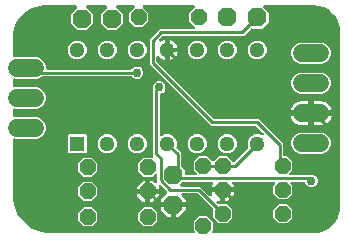
<source format=gbr>
G04 EAGLE Gerber RS-274X export*
G75*
%MOMM*%
%FSLAX34Y34*%
%LPD*%
%INBottom Copper*%
%IPPOS*%
%AMOC8*
5,1,8,0,0,1.08239X$1,22.5*%
G01*
%ADD10R,1.278000X1.278000*%
%ADD11C,1.278000*%
%ADD12P,1.429621X8X22.500000*%
%ADD13P,1.429621X8X202.500000*%
%ADD14P,1.429621X8X112.500000*%
%ADD15P,1.732040X8X202.500000*%
%ADD16P,1.732040X8X112.500000*%
%ADD17C,1.524000*%
%ADD18C,0.254000*%
%ADD19C,0.756400*%

G36*
X289107Y138448D02*
X289107Y138448D01*
X289246Y138461D01*
X289265Y138468D01*
X289285Y138471D01*
X289414Y138522D01*
X289545Y138569D01*
X289562Y138580D01*
X289581Y138588D01*
X289693Y138669D01*
X289808Y138747D01*
X289821Y138763D01*
X289838Y138774D01*
X289927Y138882D01*
X290019Y138986D01*
X290028Y139004D01*
X290041Y139019D01*
X290100Y139145D01*
X290163Y139269D01*
X290168Y139289D01*
X290176Y139307D01*
X290202Y139444D01*
X290233Y139579D01*
X290232Y139600D01*
X290236Y139619D01*
X290227Y139758D01*
X290223Y139897D01*
X290217Y139917D01*
X290216Y139937D01*
X290174Y140069D01*
X290135Y140203D01*
X290124Y140220D01*
X290118Y140239D01*
X290044Y140357D01*
X289973Y140477D01*
X289955Y140498D01*
X289948Y140508D01*
X289933Y140522D01*
X289867Y140597D01*
X289051Y141413D01*
X289051Y148147D01*
X293813Y152909D01*
X300547Y152909D01*
X305309Y148147D01*
X305309Y141413D01*
X304493Y140597D01*
X304408Y140488D01*
X304319Y140381D01*
X304311Y140362D01*
X304298Y140346D01*
X304243Y140219D01*
X304184Y140093D01*
X304180Y140073D01*
X304172Y140054D01*
X304150Y139916D01*
X304124Y139780D01*
X304125Y139760D01*
X304122Y139740D01*
X304135Y139601D01*
X304144Y139463D01*
X304150Y139444D01*
X304152Y139424D01*
X304199Y139292D01*
X304242Y139161D01*
X304253Y139143D01*
X304259Y139124D01*
X304338Y139009D01*
X304412Y138892D01*
X304427Y138878D01*
X304438Y138861D01*
X304542Y138769D01*
X304644Y138674D01*
X304661Y138664D01*
X304676Y138651D01*
X304800Y138588D01*
X304922Y138520D01*
X304942Y138515D01*
X304960Y138506D01*
X305096Y138476D01*
X305230Y138441D01*
X305258Y138439D01*
X305270Y138436D01*
X305291Y138437D01*
X305391Y138431D01*
X391160Y138431D01*
X391181Y138433D01*
X391243Y138433D01*
X393895Y138607D01*
X393939Y138616D01*
X393983Y138616D01*
X394141Y138648D01*
X399265Y140021D01*
X399344Y140053D01*
X399426Y140076D01*
X399549Y140137D01*
X399559Y140141D01*
X399563Y140143D01*
X399571Y140148D01*
X404165Y142800D01*
X404233Y142852D01*
X404307Y142895D01*
X404410Y142986D01*
X404418Y142992D01*
X404421Y142995D01*
X404428Y143002D01*
X408178Y146752D01*
X408231Y146820D01*
X408291Y146881D01*
X408338Y146953D01*
X408352Y146969D01*
X408359Y146983D01*
X408367Y146996D01*
X408373Y147004D01*
X408375Y147008D01*
X408380Y147015D01*
X411032Y151609D01*
X411066Y151688D01*
X411108Y151763D01*
X411152Y151892D01*
X411156Y151902D01*
X411156Y151907D01*
X411159Y151915D01*
X412532Y157039D01*
X412538Y157083D01*
X412552Y157125D01*
X412573Y157285D01*
X412747Y159937D01*
X412745Y159958D01*
X412749Y160020D01*
X412749Y309880D01*
X412747Y309901D01*
X412747Y309963D01*
X412573Y312615D01*
X412564Y312659D01*
X412564Y312703D01*
X412532Y312861D01*
X411159Y317985D01*
X411127Y318064D01*
X411104Y318146D01*
X411043Y318269D01*
X411039Y318279D01*
X411037Y318283D01*
X411032Y318291D01*
X408380Y322885D01*
X408328Y322953D01*
X408285Y323027D01*
X408194Y323130D01*
X408188Y323138D01*
X408185Y323141D01*
X408178Y323148D01*
X404428Y326898D01*
X404360Y326951D01*
X404299Y327011D01*
X404185Y327087D01*
X404176Y327093D01*
X404172Y327095D01*
X404165Y327100D01*
X399571Y329752D01*
X399492Y329786D01*
X399417Y329828D01*
X399288Y329872D01*
X399278Y329876D01*
X399273Y329876D01*
X399265Y329879D01*
X394141Y331252D01*
X394097Y331258D01*
X394055Y331272D01*
X393895Y331293D01*
X391243Y331467D01*
X391222Y331465D01*
X391160Y331469D01*
X349276Y331469D01*
X349139Y331452D01*
X349000Y331439D01*
X348981Y331432D01*
X348961Y331429D01*
X348832Y331378D01*
X348701Y331331D01*
X348684Y331320D01*
X348665Y331312D01*
X348553Y331231D01*
X348438Y331153D01*
X348424Y331137D01*
X348408Y331126D01*
X348319Y331018D01*
X348227Y330914D01*
X348218Y330896D01*
X348205Y330881D01*
X348146Y330755D01*
X348083Y330631D01*
X348078Y330611D01*
X348069Y330593D01*
X348043Y330457D01*
X348013Y330321D01*
X348013Y330300D01*
X348010Y330281D01*
X348018Y330142D01*
X348023Y330003D01*
X348028Y329983D01*
X348029Y329963D01*
X348072Y329831D01*
X348111Y329697D01*
X348121Y329680D01*
X348127Y329661D01*
X348202Y329543D01*
X348272Y329423D01*
X348291Y329402D01*
X348298Y329392D01*
X348313Y329378D01*
X348379Y329303D01*
X352426Y325256D01*
X352426Y317364D01*
X346846Y311784D01*
X338932Y311784D01*
X338855Y311852D01*
X338819Y311871D01*
X338787Y311896D01*
X338677Y311943D01*
X338571Y311997D01*
X338532Y312006D01*
X338495Y312022D01*
X338377Y312041D01*
X338261Y312067D01*
X338221Y312065D01*
X338181Y312072D01*
X338063Y312061D01*
X337943Y312057D01*
X337904Y312046D01*
X337864Y312042D01*
X337752Y312002D01*
X337638Y311969D01*
X337603Y311948D01*
X337565Y311934D01*
X337466Y311868D01*
X337364Y311807D01*
X337319Y311767D01*
X337302Y311756D01*
X337288Y311741D01*
X337243Y311701D01*
X331336Y305794D01*
X263282Y305794D01*
X263184Y305781D01*
X263085Y305778D01*
X263026Y305762D01*
X262966Y305754D01*
X262874Y305718D01*
X262779Y305690D01*
X262727Y305659D01*
X262671Y305637D01*
X262591Y305579D01*
X262505Y305529D01*
X262430Y305462D01*
X262413Y305450D01*
X262406Y305441D01*
X262384Y305422D01*
X259850Y302887D01*
X259828Y302860D01*
X259802Y302837D01*
X259731Y302735D01*
X259655Y302636D01*
X259641Y302604D01*
X259621Y302575D01*
X259578Y302459D01*
X259528Y302344D01*
X259523Y302310D01*
X259511Y302277D01*
X259498Y302153D01*
X259479Y302030D01*
X259482Y301995D01*
X259478Y301960D01*
X259497Y301838D01*
X259508Y301714D01*
X259520Y301681D01*
X259525Y301646D01*
X259574Y301531D01*
X259616Y301414D01*
X259636Y301385D01*
X259649Y301353D01*
X259725Y301254D01*
X259795Y301151D01*
X259821Y301128D01*
X259842Y301100D01*
X259940Y301023D01*
X260033Y300941D01*
X260064Y300925D01*
X260092Y300903D01*
X260205Y300853D01*
X260316Y300796D01*
X260350Y300788D01*
X260382Y300774D01*
X260505Y300754D01*
X260627Y300726D01*
X260661Y300727D01*
X260696Y300722D01*
X260820Y300732D01*
X260944Y300736D01*
X260978Y300746D01*
X261013Y300749D01*
X261131Y300790D01*
X261250Y300824D01*
X261280Y300842D01*
X261313Y300854D01*
X261452Y300935D01*
X262470Y301614D01*
X264095Y302288D01*
X264776Y302423D01*
X264776Y294355D01*
X264791Y294237D01*
X264798Y294118D01*
X264810Y294080D01*
X264816Y294040D01*
X264859Y293929D01*
X264896Y293816D01*
X264918Y293782D01*
X264933Y293744D01*
X264963Y293702D01*
X264923Y293618D01*
X264865Y293513D01*
X264855Y293474D01*
X264838Y293438D01*
X264816Y293321D01*
X264786Y293205D01*
X264782Y293145D01*
X264778Y293125D01*
X264780Y293105D01*
X264776Y293045D01*
X264776Y284977D01*
X264095Y285112D01*
X262470Y285786D01*
X261007Y286763D01*
X259736Y288034D01*
X259707Y288068D01*
X259645Y288152D01*
X259603Y288187D01*
X259567Y288229D01*
X259481Y288288D01*
X259400Y288355D01*
X259351Y288378D01*
X259305Y288410D01*
X259207Y288446D01*
X259113Y288491D01*
X259059Y288501D01*
X259007Y288520D01*
X258903Y288531D01*
X258800Y288550D01*
X258745Y288547D01*
X258691Y288553D01*
X258587Y288537D01*
X258483Y288531D01*
X258431Y288514D01*
X258376Y288505D01*
X258280Y288465D01*
X258180Y288433D01*
X258134Y288403D01*
X258083Y288382D01*
X258000Y288318D01*
X257912Y288262D01*
X257874Y288222D01*
X257830Y288189D01*
X257766Y288107D01*
X257694Y288031D01*
X257667Y287983D01*
X257633Y287939D01*
X257591Y287844D01*
X257540Y287752D01*
X257527Y287699D01*
X257504Y287649D01*
X257487Y287545D01*
X257461Y287444D01*
X257455Y287357D01*
X257452Y287335D01*
X257453Y287320D01*
X257451Y287284D01*
X257451Y284279D01*
X257463Y284181D01*
X257466Y284082D01*
X257483Y284024D01*
X257490Y283964D01*
X257527Y283872D01*
X257554Y283777D01*
X257585Y283724D01*
X257608Y283668D01*
X257666Y283588D01*
X257716Y283503D01*
X257782Y283427D01*
X257794Y283411D01*
X257804Y283403D01*
X257822Y283382D01*
X305628Y235576D01*
X305706Y235516D01*
X305778Y235448D01*
X305831Y235419D01*
X305879Y235382D01*
X305970Y235342D01*
X306057Y235294D01*
X306115Y235279D01*
X306171Y235255D01*
X306269Y235240D01*
X306364Y235215D01*
X306465Y235209D01*
X306485Y235205D01*
X306497Y235207D01*
X306525Y235205D01*
X344058Y235205D01*
X364745Y214518D01*
X364745Y204978D01*
X364760Y204860D01*
X364767Y204741D01*
X364780Y204703D01*
X364785Y204662D01*
X364828Y204552D01*
X364865Y204439D01*
X364887Y204404D01*
X364902Y204367D01*
X364971Y204271D01*
X365035Y204170D01*
X365065Y204142D01*
X365088Y204109D01*
X365180Y204033D01*
X365267Y203952D01*
X365302Y203932D01*
X365333Y203907D01*
X365441Y203856D01*
X365545Y203798D01*
X365585Y203788D01*
X365621Y203771D01*
X365738Y203749D01*
X365853Y203719D01*
X365913Y203715D01*
X365933Y203711D01*
X365954Y203713D01*
X366014Y203709D01*
X367857Y203709D01*
X372619Y198947D01*
X372619Y192213D01*
X370279Y189873D01*
X370194Y189764D01*
X370105Y189657D01*
X370097Y189638D01*
X370084Y189622D01*
X370029Y189494D01*
X369970Y189369D01*
X369966Y189349D01*
X369958Y189330D01*
X369936Y189192D01*
X369910Y189056D01*
X369911Y189036D01*
X369908Y189016D01*
X369921Y188877D01*
X369930Y188739D01*
X369936Y188720D01*
X369938Y188700D01*
X369985Y188568D01*
X370028Y188437D01*
X370039Y188419D01*
X370045Y188400D01*
X370124Y188285D01*
X370198Y188168D01*
X370213Y188154D01*
X370224Y188137D01*
X370328Y188045D01*
X370430Y187950D01*
X370447Y187940D01*
X370462Y187927D01*
X370587Y187863D01*
X370708Y187796D01*
X370728Y187791D01*
X370746Y187782D01*
X370882Y187752D01*
X371016Y187717D01*
X371044Y187715D01*
X371056Y187712D01*
X371077Y187713D01*
X371177Y187707D01*
X386153Y187707D01*
X386162Y187708D01*
X386172Y187707D01*
X386320Y187728D01*
X386469Y187747D01*
X386477Y187750D01*
X386487Y187751D01*
X386639Y187803D01*
X387564Y188187D01*
X389676Y188187D01*
X391626Y187379D01*
X393119Y185886D01*
X393927Y183936D01*
X393927Y181824D01*
X393119Y179874D01*
X391626Y178381D01*
X389676Y177573D01*
X387564Y177573D01*
X385614Y178381D01*
X384121Y179874D01*
X383517Y181334D01*
X383502Y181359D01*
X383493Y181387D01*
X383423Y181497D01*
X383359Y181610D01*
X383338Y181631D01*
X383323Y181656D01*
X383228Y181745D01*
X383138Y181838D01*
X383113Y181854D01*
X383091Y181874D01*
X382977Y181937D01*
X382867Y182005D01*
X382838Y182013D01*
X382813Y182028D01*
X382687Y182060D01*
X382563Y182098D01*
X382533Y182100D01*
X382505Y182107D01*
X382344Y182117D01*
X372193Y182117D01*
X372055Y182100D01*
X371916Y182087D01*
X371897Y182080D01*
X371877Y182077D01*
X371748Y182026D01*
X371617Y181979D01*
X371600Y181968D01*
X371581Y181960D01*
X371469Y181879D01*
X371354Y181801D01*
X371341Y181785D01*
X371324Y181774D01*
X371235Y181666D01*
X371143Y181562D01*
X371134Y181544D01*
X371121Y181529D01*
X371062Y181403D01*
X370999Y181279D01*
X370994Y181259D01*
X370986Y181241D01*
X370960Y181104D01*
X370929Y180969D01*
X370930Y180948D01*
X370926Y180929D01*
X370935Y180790D01*
X370939Y180651D01*
X370945Y180631D01*
X370946Y180611D01*
X370988Y180479D01*
X371027Y180345D01*
X371038Y180328D01*
X371044Y180309D01*
X371118Y180191D01*
X371189Y180071D01*
X371207Y180050D01*
X371214Y180040D01*
X371229Y180026D01*
X371295Y179951D01*
X372619Y178627D01*
X372619Y171893D01*
X367857Y167131D01*
X361123Y167131D01*
X356361Y171893D01*
X356361Y178627D01*
X357685Y179951D01*
X357770Y180060D01*
X357859Y180167D01*
X357867Y180186D01*
X357880Y180202D01*
X357935Y180330D01*
X357994Y180455D01*
X357998Y180475D01*
X358006Y180494D01*
X358028Y180632D01*
X358054Y180768D01*
X358053Y180788D01*
X358056Y180808D01*
X358043Y180947D01*
X358034Y181085D01*
X358028Y181104D01*
X358026Y181124D01*
X357979Y181256D01*
X357936Y181387D01*
X357925Y181405D01*
X357919Y181424D01*
X357840Y181539D01*
X357766Y181656D01*
X357751Y181670D01*
X357740Y181687D01*
X357636Y181779D01*
X357534Y181874D01*
X357517Y181884D01*
X357502Y181897D01*
X357377Y181961D01*
X357256Y182028D01*
X357236Y182033D01*
X357218Y182042D01*
X357082Y182072D01*
X356948Y182107D01*
X356920Y182109D01*
X356908Y182112D01*
X356887Y182111D01*
X356787Y182117D01*
X322830Y182117D01*
X322692Y182100D01*
X322553Y182087D01*
X322534Y182080D01*
X322514Y182077D01*
X322385Y182026D01*
X322254Y181979D01*
X322237Y181968D01*
X322218Y181960D01*
X322106Y181879D01*
X321991Y181801D01*
X321977Y181785D01*
X321961Y181774D01*
X321872Y181666D01*
X321780Y181562D01*
X321771Y181544D01*
X321758Y181529D01*
X321699Y181403D01*
X321636Y181279D01*
X321631Y181259D01*
X321623Y181241D01*
X321597Y181104D01*
X321566Y180969D01*
X321567Y180948D01*
X321563Y180929D01*
X321571Y180790D01*
X321576Y180651D01*
X321581Y180631D01*
X321583Y180611D01*
X321625Y180479D01*
X321664Y180345D01*
X321674Y180328D01*
X321681Y180309D01*
X321755Y180191D01*
X321826Y180071D01*
X321844Y180050D01*
X321851Y180040D01*
X321866Y180026D01*
X321932Y179951D01*
X322835Y179048D01*
X322835Y177291D01*
X314452Y177291D01*
X314334Y177276D01*
X314215Y177269D01*
X314177Y177256D01*
X314137Y177251D01*
X314026Y177208D01*
X313913Y177171D01*
X313879Y177149D01*
X313841Y177134D01*
X313745Y177065D01*
X313693Y177031D01*
X313675Y177048D01*
X313640Y177068D01*
X313608Y177093D01*
X313501Y177144D01*
X313396Y177202D01*
X313357Y177212D01*
X313321Y177229D01*
X313204Y177251D01*
X313088Y177281D01*
X313028Y177285D01*
X313008Y177289D01*
X312988Y177287D01*
X312928Y177291D01*
X304545Y177291D01*
X304545Y179048D01*
X305448Y179951D01*
X305533Y180060D01*
X305622Y180167D01*
X305631Y180186D01*
X305643Y180202D01*
X305698Y180329D01*
X305757Y180455D01*
X305761Y180475D01*
X305769Y180494D01*
X305791Y180632D01*
X305817Y180768D01*
X305816Y180788D01*
X305819Y180808D01*
X305806Y180947D01*
X305797Y181085D01*
X305791Y181104D01*
X305789Y181124D01*
X305742Y181256D01*
X305699Y181387D01*
X305689Y181405D01*
X305682Y181424D01*
X305604Y181539D01*
X305529Y181656D01*
X305514Y181670D01*
X305503Y181687D01*
X305399Y181779D01*
X305298Y181874D01*
X305280Y181884D01*
X305265Y181897D01*
X305141Y181961D01*
X305019Y182028D01*
X305000Y182033D01*
X304981Y182042D01*
X304846Y182072D01*
X304711Y182107D01*
X304683Y182109D01*
X304671Y182112D01*
X304651Y182111D01*
X304550Y182117D01*
X279934Y182117D01*
X279836Y182105D01*
X279737Y182102D01*
X279679Y182085D01*
X279619Y182077D01*
X279527Y182041D01*
X279432Y182013D01*
X279380Y181983D01*
X279323Y181960D01*
X279243Y181902D01*
X279158Y181852D01*
X279082Y181786D01*
X279066Y181774D01*
X279058Y181764D01*
X279037Y181746D01*
X277496Y180204D01*
X277410Y180094D01*
X277322Y179987D01*
X277313Y179969D01*
X277301Y179953D01*
X277245Y179825D01*
X277186Y179700D01*
X277182Y179680D01*
X277174Y179661D01*
X277152Y179523D01*
X277126Y179387D01*
X277128Y179367D01*
X277124Y179347D01*
X277138Y179208D01*
X277146Y179070D01*
X277152Y179051D01*
X277154Y179030D01*
X277201Y178899D01*
X277244Y178767D01*
X277255Y178750D01*
X277262Y178731D01*
X277340Y178616D01*
X277414Y178499D01*
X277429Y178485D01*
X277440Y178468D01*
X277545Y178376D01*
X277646Y178281D01*
X277664Y178271D01*
X277679Y178257D01*
X277803Y178194D01*
X277924Y178127D01*
X277944Y178122D01*
X277962Y178113D01*
X278098Y178082D01*
X278232Y178048D01*
X278260Y178046D01*
X278272Y178043D01*
X278293Y178044D01*
X278393Y178037D01*
X294545Y178037D01*
X302379Y170204D01*
X302488Y170119D01*
X302595Y170030D01*
X302614Y170021D01*
X302630Y170009D01*
X302758Y169953D01*
X302883Y169894D01*
X302903Y169891D01*
X302922Y169883D01*
X303060Y169861D01*
X303196Y169835D01*
X303216Y169836D01*
X303236Y169833D01*
X303375Y169846D01*
X303513Y169854D01*
X303532Y169861D01*
X303552Y169862D01*
X303684Y169910D01*
X303815Y169952D01*
X303833Y169963D01*
X303852Y169970D01*
X303967Y170048D01*
X304084Y170123D01*
X304098Y170137D01*
X304115Y170149D01*
X304207Y170253D01*
X304302Y170354D01*
X304312Y170372D01*
X304325Y170387D01*
X304389Y170511D01*
X304456Y170633D01*
X304461Y170652D01*
X304470Y170670D01*
X304500Y170806D01*
X304535Y170941D01*
X304537Y170969D01*
X304540Y170981D01*
X304539Y171001D01*
X304545Y171101D01*
X304545Y173229D01*
X311659Y173229D01*
X311659Y166115D01*
X309531Y166115D01*
X309394Y166098D01*
X309255Y166085D01*
X309236Y166078D01*
X309216Y166075D01*
X309087Y166024D01*
X308956Y165977D01*
X308939Y165966D01*
X308920Y165958D01*
X308808Y165877D01*
X308693Y165799D01*
X308679Y165783D01*
X308663Y165772D01*
X308574Y165664D01*
X308482Y165560D01*
X308473Y165542D01*
X308460Y165527D01*
X308401Y165401D01*
X308337Y165277D01*
X308333Y165257D01*
X308324Y165239D01*
X308298Y165103D01*
X308268Y164967D01*
X308268Y164946D01*
X308265Y164927D01*
X308273Y164788D01*
X308277Y164649D01*
X308283Y164629D01*
X308284Y164609D01*
X308327Y164477D01*
X308366Y164343D01*
X308376Y164326D01*
X308382Y164307D01*
X308457Y164189D01*
X308527Y164069D01*
X308546Y164048D01*
X308553Y164038D01*
X308567Y164024D01*
X308634Y163949D01*
X309142Y163440D01*
X309220Y163380D01*
X309292Y163312D01*
X309345Y163283D01*
X309393Y163246D01*
X309484Y163206D01*
X309571Y163158D01*
X309629Y163143D01*
X309685Y163119D01*
X309783Y163104D01*
X309879Y163079D01*
X309979Y163073D01*
X309999Y163069D01*
X310011Y163071D01*
X310039Y163069D01*
X317057Y163069D01*
X321819Y158307D01*
X321819Y151573D01*
X317057Y146811D01*
X310323Y146811D01*
X305561Y151573D01*
X305561Y158591D01*
X305549Y158689D01*
X305546Y158788D01*
X305529Y158846D01*
X305521Y158906D01*
X305485Y158998D01*
X305457Y159093D01*
X305427Y159146D01*
X305404Y159202D01*
X305346Y159282D01*
X305296Y159367D01*
X305230Y159443D01*
X305218Y159459D01*
X305208Y159467D01*
X305190Y159488D01*
X292601Y172076D01*
X292523Y172137D01*
X292451Y172205D01*
X292398Y172234D01*
X292350Y172271D01*
X292259Y172311D01*
X292173Y172358D01*
X292114Y172373D01*
X292058Y172398D01*
X291960Y172413D01*
X291865Y172438D01*
X291765Y172444D01*
X291744Y172447D01*
X291732Y172446D01*
X291704Y172448D01*
X279864Y172448D01*
X279727Y172431D01*
X279588Y172418D01*
X279569Y172411D01*
X279549Y172408D01*
X279420Y172357D01*
X279289Y172310D01*
X279272Y172299D01*
X279253Y172291D01*
X279141Y172209D01*
X279026Y172131D01*
X279012Y172116D01*
X278996Y172104D01*
X278907Y171997D01*
X278815Y171893D01*
X278806Y171875D01*
X278793Y171859D01*
X278734Y171734D01*
X278671Y171610D01*
X278666Y171590D01*
X278658Y171572D01*
X278631Y171435D01*
X278601Y171299D01*
X278602Y171279D01*
X278598Y171259D01*
X278606Y171121D01*
X278611Y170982D01*
X278616Y170962D01*
X278618Y170942D01*
X278660Y170810D01*
X278699Y170676D01*
X278709Y170659D01*
X278716Y170639D01*
X278790Y170522D01*
X278861Y170402D01*
X278879Y170381D01*
X278886Y170371D01*
X278901Y170357D01*
X278967Y170281D01*
X282322Y166927D01*
X282322Y164591D01*
X272542Y164591D01*
X272424Y164576D01*
X272305Y164569D01*
X272267Y164556D01*
X272227Y164551D01*
X272116Y164508D01*
X272003Y164471D01*
X271969Y164449D01*
X271931Y164434D01*
X271835Y164365D01*
X271783Y164331D01*
X271765Y164348D01*
X271730Y164368D01*
X271698Y164393D01*
X271591Y164444D01*
X271486Y164502D01*
X271447Y164512D01*
X271411Y164529D01*
X271294Y164551D01*
X271178Y164581D01*
X271118Y164585D01*
X271098Y164589D01*
X271078Y164587D01*
X271018Y164591D01*
X261238Y164591D01*
X261238Y166927D01*
X266519Y172207D01*
X266592Y172301D01*
X266671Y172391D01*
X266689Y172427D01*
X266714Y172459D01*
X266761Y172568D01*
X266815Y172674D01*
X266824Y172713D01*
X266840Y172750D01*
X266859Y172868D01*
X266885Y172984D01*
X266884Y173024D01*
X266890Y173064D01*
X266879Y173183D01*
X266875Y173302D01*
X266864Y173341D01*
X266860Y173381D01*
X266820Y173493D01*
X266787Y173607D01*
X266766Y173642D01*
X266753Y173680D01*
X266686Y173779D01*
X266625Y173881D01*
X266586Y173927D01*
X266574Y173943D01*
X266559Y173957D01*
X266519Y174002D01*
X266064Y174457D01*
X261501Y179020D01*
X261392Y179105D01*
X261285Y179194D01*
X261266Y179202D01*
X261250Y179215D01*
X261122Y179270D01*
X260997Y179329D01*
X260977Y179333D01*
X260958Y179341D01*
X260820Y179363D01*
X260684Y179389D01*
X260664Y179388D01*
X260644Y179391D01*
X260505Y179378D01*
X260367Y179369D01*
X260348Y179363D01*
X260328Y179361D01*
X260196Y179314D01*
X260065Y179271D01*
X260047Y179260D01*
X260028Y179253D01*
X259913Y179175D01*
X259796Y179101D01*
X259782Y179086D01*
X259765Y179075D01*
X259673Y178971D01*
X259578Y178869D01*
X259568Y178852D01*
X259555Y178836D01*
X259491Y178713D01*
X259424Y178591D01*
X259419Y178571D01*
X259410Y178553D01*
X259380Y178417D01*
X259345Y178283D01*
X259343Y178255D01*
X259340Y178243D01*
X259341Y178222D01*
X259335Y178122D01*
X259335Y176021D01*
X252221Y176021D01*
X252221Y183135D01*
X253978Y183135D01*
X256024Y181089D01*
X256133Y181004D01*
X256240Y180915D01*
X256259Y180907D01*
X256275Y180894D01*
X256403Y180839D01*
X256528Y180780D01*
X256548Y180776D01*
X256567Y180768D01*
X256705Y180746D01*
X256841Y180720D01*
X256861Y180721D01*
X256881Y180718D01*
X257020Y180731D01*
X257158Y180740D01*
X257177Y180746D01*
X257197Y180748D01*
X257329Y180795D01*
X257460Y180838D01*
X257478Y180848D01*
X257497Y180855D01*
X257612Y180933D01*
X257729Y181008D01*
X257743Y181023D01*
X257760Y181034D01*
X257852Y181138D01*
X257947Y181239D01*
X257957Y181257D01*
X257970Y181272D01*
X258034Y181396D01*
X258101Y181518D01*
X258106Y181537D01*
X258115Y181556D01*
X258145Y181691D01*
X258180Y181826D01*
X258182Y181854D01*
X258185Y181866D01*
X258184Y181886D01*
X258190Y181987D01*
X258190Y187750D01*
X258173Y187888D01*
X258160Y188027D01*
X258153Y188046D01*
X258150Y188066D01*
X258099Y188195D01*
X258052Y188326D01*
X258041Y188343D01*
X258033Y188362D01*
X257952Y188474D01*
X257874Y188589D01*
X257858Y188602D01*
X257847Y188619D01*
X257739Y188708D01*
X257635Y188800D01*
X257617Y188809D01*
X257602Y188822D01*
X257476Y188881D01*
X257352Y188944D01*
X257332Y188949D01*
X257314Y188957D01*
X257178Y188983D01*
X257042Y189014D01*
X257021Y189013D01*
X257002Y189017D01*
X256863Y189008D01*
X256724Y189004D01*
X256704Y188998D01*
X256684Y188997D01*
X256552Y188954D01*
X256418Y188916D01*
X256401Y188905D01*
X256382Y188899D01*
X256264Y188825D01*
X256144Y188754D01*
X256123Y188736D01*
X256113Y188729D01*
X256099Y188714D01*
X256024Y188648D01*
X253557Y186181D01*
X246823Y186181D01*
X242061Y190943D01*
X242061Y197677D01*
X246823Y202439D01*
X253700Y202439D01*
X253837Y202456D01*
X253976Y202469D01*
X253995Y202476D01*
X254015Y202479D01*
X254144Y202530D01*
X254275Y202577D01*
X254292Y202588D01*
X254311Y202596D01*
X254423Y202677D01*
X254538Y202755D01*
X254552Y202771D01*
X254568Y202782D01*
X254657Y202890D01*
X254749Y202994D01*
X254758Y203012D01*
X254771Y203027D01*
X254830Y203153D01*
X254893Y203277D01*
X254898Y203297D01*
X254906Y203315D01*
X254933Y203452D01*
X254963Y203587D01*
X254962Y203608D01*
X254966Y203627D01*
X254958Y203766D01*
X254953Y203905D01*
X254948Y203925D01*
X254946Y203945D01*
X254904Y204077D01*
X254865Y204211D01*
X254855Y204228D01*
X254848Y204247D01*
X254774Y204365D01*
X254721Y204454D01*
X254721Y260428D01*
X254720Y260437D01*
X254721Y260446D01*
X254700Y260595D01*
X254681Y260743D01*
X254678Y260752D01*
X254677Y260761D01*
X254625Y260913D01*
X254574Y261035D01*
X254574Y263146D01*
X255382Y265096D01*
X256875Y266589D01*
X258826Y267397D01*
X260937Y267397D01*
X262887Y266589D01*
X264380Y265096D01*
X265188Y263146D01*
X265188Y261035D01*
X264380Y259084D01*
X262887Y257591D01*
X261094Y256849D01*
X261069Y256834D01*
X261041Y256825D01*
X260931Y256756D01*
X260818Y256691D01*
X260797Y256671D01*
X260772Y256655D01*
X260683Y256560D01*
X260590Y256470D01*
X260574Y256445D01*
X260554Y256423D01*
X260491Y256309D01*
X260423Y256199D01*
X260415Y256171D01*
X260400Y256145D01*
X260368Y256019D01*
X260330Y255895D01*
X260328Y255865D01*
X260321Y255837D01*
X260311Y255676D01*
X260311Y222120D01*
X260317Y222070D01*
X260315Y222021D01*
X260337Y221913D01*
X260351Y221804D01*
X260369Y221758D01*
X260379Y221709D01*
X260427Y221611D01*
X260468Y221509D01*
X260497Y221468D01*
X260519Y221424D01*
X260590Y221340D01*
X260654Y221251D01*
X260693Y221220D01*
X260725Y221182D01*
X260815Y221119D01*
X260899Y221048D01*
X260944Y221027D01*
X260985Y220999D01*
X261088Y220960D01*
X261187Y220913D01*
X261236Y220904D01*
X261282Y220886D01*
X261392Y220874D01*
X261499Y220853D01*
X261549Y220856D01*
X261598Y220851D01*
X261707Y220866D01*
X261817Y220873D01*
X261864Y220888D01*
X261913Y220895D01*
X262066Y220947D01*
X265126Y222215D01*
X268274Y222215D01*
X271183Y221010D01*
X273410Y218783D01*
X274615Y215874D01*
X274615Y212726D01*
X274240Y211821D01*
X274232Y211792D01*
X274219Y211766D01*
X274190Y211639D01*
X274156Y211514D01*
X274155Y211484D01*
X274149Y211455D01*
X274153Y211326D01*
X274151Y211196D01*
X274158Y211167D01*
X274159Y211138D01*
X274195Y211013D01*
X274225Y210887D01*
X274239Y210860D01*
X274247Y210832D01*
X274313Y210721D01*
X274374Y210605D01*
X274394Y210584D01*
X274409Y210558D01*
X274515Y210437D01*
X276376Y208576D01*
X278385Y206568D01*
X278385Y195352D01*
X278397Y195254D01*
X278400Y195155D01*
X278417Y195097D01*
X278425Y195037D01*
X278461Y194945D01*
X278489Y194850D01*
X278519Y194798D01*
X278542Y194741D01*
X278600Y194661D01*
X278650Y194576D01*
X278716Y194500D01*
X278728Y194484D01*
X278738Y194476D01*
X278756Y194455D01*
X281306Y191906D01*
X281306Y188976D01*
X281321Y188858D01*
X281328Y188739D01*
X281341Y188701D01*
X281346Y188660D01*
X281389Y188550D01*
X281426Y188437D01*
X281448Y188402D01*
X281463Y188365D01*
X281532Y188269D01*
X281596Y188168D01*
X281626Y188140D01*
X281649Y188107D01*
X281741Y188031D01*
X281828Y187950D01*
X281863Y187930D01*
X281894Y187905D01*
X282002Y187854D01*
X282106Y187796D01*
X282146Y187786D01*
X282182Y187769D01*
X282299Y187747D01*
X282414Y187717D01*
X282474Y187713D01*
X282494Y187709D01*
X282515Y187711D01*
X282575Y187707D01*
X290493Y187707D01*
X290631Y187724D01*
X290770Y187737D01*
X290789Y187744D01*
X290809Y187747D01*
X290938Y187798D01*
X291069Y187845D01*
X291086Y187856D01*
X291105Y187864D01*
X291217Y187945D01*
X291332Y188023D01*
X291345Y188039D01*
X291362Y188050D01*
X291451Y188158D01*
X291543Y188262D01*
X291552Y188280D01*
X291565Y188295D01*
X291624Y188421D01*
X291687Y188545D01*
X291692Y188565D01*
X291700Y188583D01*
X291726Y188719D01*
X291757Y188855D01*
X291756Y188876D01*
X291760Y188895D01*
X291751Y189034D01*
X291747Y189173D01*
X291741Y189193D01*
X291740Y189213D01*
X291697Y189345D01*
X291659Y189479D01*
X291648Y189496D01*
X291642Y189515D01*
X291568Y189633D01*
X291497Y189753D01*
X291479Y189774D01*
X291472Y189784D01*
X291457Y189798D01*
X291391Y189873D01*
X289051Y192213D01*
X289051Y198947D01*
X293813Y203709D01*
X300547Y203709D01*
X304538Y199718D01*
X304619Y199655D01*
X304680Y199598D01*
X304694Y199590D01*
X304721Y199566D01*
X304757Y199548D01*
X304789Y199523D01*
X304898Y199476D01*
X304936Y199457D01*
X304958Y199444D01*
X304962Y199443D01*
X305004Y199422D01*
X305043Y199413D01*
X305081Y199397D01*
X305198Y199378D01*
X305314Y199352D01*
X305355Y199353D01*
X305395Y199347D01*
X305513Y199358D01*
X305632Y199362D01*
X305671Y199373D01*
X305711Y199377D01*
X305824Y199417D01*
X305938Y199450D01*
X305973Y199471D01*
X306011Y199485D01*
X306045Y199508D01*
X306054Y199512D01*
X306110Y199552D01*
X306212Y199612D01*
X306257Y199652D01*
X306274Y199663D01*
X306287Y199678D01*
X306302Y199691D01*
X306312Y199698D01*
X306317Y199704D01*
X306333Y199718D01*
X310323Y203709D01*
X317057Y203709D01*
X321809Y198957D01*
X321903Y198883D01*
X321993Y198805D01*
X322028Y198786D01*
X322060Y198762D01*
X322170Y198714D01*
X322276Y198660D01*
X322315Y198651D01*
X322352Y198635D01*
X322470Y198617D01*
X322586Y198591D01*
X322626Y198592D01*
X322666Y198585D01*
X322785Y198597D01*
X322904Y198600D01*
X322943Y198611D01*
X322983Y198615D01*
X323095Y198656D01*
X323209Y198689D01*
X323244Y198709D01*
X323282Y198723D01*
X323381Y198790D01*
X323483Y198850D01*
X323529Y198890D01*
X323545Y198901D01*
X323559Y198917D01*
X323604Y198957D01*
X335085Y210437D01*
X335103Y210461D01*
X335126Y210480D01*
X335200Y210586D01*
X335280Y210689D01*
X335292Y210716D01*
X335309Y210740D01*
X335355Y210861D01*
X335406Y210980D01*
X335411Y211010D01*
X335421Y211037D01*
X335436Y211166D01*
X335456Y211295D01*
X335453Y211324D01*
X335457Y211353D01*
X335439Y211482D01*
X335426Y211611D01*
X335416Y211639D01*
X335412Y211668D01*
X335360Y211821D01*
X334985Y212726D01*
X334985Y215874D01*
X336190Y218783D01*
X338417Y221010D01*
X341326Y222215D01*
X344474Y222215D01*
X346549Y221355D01*
X346616Y221337D01*
X346680Y221309D01*
X346769Y221295D01*
X346856Y221271D01*
X346925Y221270D01*
X346994Y221259D01*
X347084Y221268D01*
X347174Y221266D01*
X347241Y221283D01*
X347311Y221289D01*
X347395Y221320D01*
X347483Y221341D01*
X347545Y221373D01*
X347610Y221397D01*
X347685Y221447D01*
X347764Y221489D01*
X347816Y221536D01*
X347873Y221575D01*
X347933Y221643D01*
X347999Y221703D01*
X348038Y221762D01*
X348084Y221814D01*
X348125Y221894D01*
X348174Y221969D01*
X348197Y222035D01*
X348228Y222097D01*
X348248Y222185D01*
X348277Y222270D01*
X348283Y222339D01*
X348298Y222407D01*
X348295Y222497D01*
X348303Y222587D01*
X348291Y222656D01*
X348288Y222725D01*
X348264Y222812D01*
X348248Y222900D01*
X348219Y222964D01*
X348200Y223031D01*
X348154Y223108D01*
X348118Y223190D01*
X348074Y223245D01*
X348039Y223305D01*
X347932Y223426D01*
X342114Y229244D01*
X342036Y229304D01*
X341964Y229372D01*
X341911Y229401D01*
X341863Y229438D01*
X341772Y229478D01*
X341685Y229526D01*
X341627Y229541D01*
X341571Y229565D01*
X341473Y229580D01*
X341377Y229605D01*
X341277Y229611D01*
X341257Y229615D01*
X341245Y229613D01*
X341217Y229615D01*
X303684Y229615D01*
X251861Y281438D01*
X251861Y302804D01*
X258432Y309374D01*
X258432Y309375D01*
X260441Y311383D01*
X288737Y311383D01*
X288874Y311401D01*
X289013Y311414D01*
X289032Y311421D01*
X289052Y311423D01*
X289181Y311474D01*
X289312Y311521D01*
X289329Y311533D01*
X289348Y311540D01*
X289460Y311622D01*
X289575Y311700D01*
X289589Y311715D01*
X289605Y311727D01*
X289694Y311834D01*
X289786Y311938D01*
X289795Y311956D01*
X289808Y311972D01*
X289867Y312098D01*
X289931Y312222D01*
X289935Y312241D01*
X289944Y312260D01*
X289970Y312396D01*
X290000Y312532D01*
X290000Y312552D01*
X290003Y312572D01*
X289995Y312710D01*
X289991Y312850D01*
X289985Y312869D01*
X289984Y312889D01*
X289941Y313022D01*
X289902Y313155D01*
X289892Y313173D01*
X289886Y313192D01*
X289811Y313310D01*
X289741Y313429D01*
X289722Y313450D01*
X289715Y313461D01*
X289700Y313475D01*
X289634Y313550D01*
X285241Y317943D01*
X285241Y324677D01*
X289867Y329303D01*
X289952Y329412D01*
X290041Y329519D01*
X290049Y329538D01*
X290062Y329554D01*
X290117Y329682D01*
X290176Y329807D01*
X290180Y329827D01*
X290188Y329846D01*
X290210Y329984D01*
X290236Y330120D01*
X290235Y330140D01*
X290238Y330160D01*
X290225Y330299D01*
X290216Y330437D01*
X290210Y330456D01*
X290208Y330476D01*
X290161Y330608D01*
X290118Y330739D01*
X290107Y330757D01*
X290101Y330776D01*
X290022Y330891D01*
X289948Y331008D01*
X289933Y331022D01*
X289922Y331039D01*
X289818Y331131D01*
X289716Y331226D01*
X289699Y331236D01*
X289684Y331249D01*
X289559Y331313D01*
X289438Y331380D01*
X289418Y331385D01*
X289400Y331394D01*
X289264Y331424D01*
X289130Y331459D01*
X289102Y331461D01*
X289090Y331464D01*
X289069Y331463D01*
X288969Y331469D01*
X246971Y331469D01*
X246833Y331452D01*
X246694Y331439D01*
X246675Y331432D01*
X246655Y331429D01*
X246526Y331378D01*
X246395Y331331D01*
X246378Y331320D01*
X246359Y331312D01*
X246247Y331231D01*
X246132Y331153D01*
X246119Y331137D01*
X246102Y331126D01*
X246013Y331018D01*
X245921Y330914D01*
X245912Y330896D01*
X245899Y330881D01*
X245840Y330755D01*
X245777Y330631D01*
X245772Y330611D01*
X245764Y330593D01*
X245738Y330457D01*
X245707Y330321D01*
X245708Y330300D01*
X245704Y330281D01*
X245713Y330142D01*
X245717Y330003D01*
X245723Y329983D01*
X245724Y329963D01*
X245767Y329831D01*
X245805Y329697D01*
X245816Y329680D01*
X245822Y329661D01*
X245896Y329543D01*
X245967Y329423D01*
X245985Y329402D01*
X245992Y329392D01*
X246007Y329378D01*
X246073Y329303D01*
X250699Y324677D01*
X250699Y317943D01*
X245937Y313181D01*
X239203Y313181D01*
X234441Y317943D01*
X234441Y324677D01*
X239067Y329303D01*
X239152Y329412D01*
X239241Y329519D01*
X239249Y329538D01*
X239262Y329554D01*
X239317Y329682D01*
X239376Y329807D01*
X239380Y329827D01*
X239388Y329846D01*
X239410Y329984D01*
X239436Y330120D01*
X239435Y330140D01*
X239438Y330160D01*
X239425Y330299D01*
X239416Y330437D01*
X239410Y330456D01*
X239408Y330476D01*
X239361Y330608D01*
X239318Y330739D01*
X239307Y330757D01*
X239301Y330776D01*
X239222Y330891D01*
X239148Y331008D01*
X239133Y331022D01*
X239122Y331039D01*
X239018Y331131D01*
X238916Y331226D01*
X238899Y331236D01*
X238884Y331249D01*
X238759Y331313D01*
X238638Y331380D01*
X238618Y331385D01*
X238600Y331394D01*
X238464Y331424D01*
X238330Y331459D01*
X238302Y331461D01*
X238290Y331464D01*
X238269Y331463D01*
X238169Y331469D01*
X224816Y331469D01*
X224679Y331452D01*
X224540Y331439D01*
X224521Y331432D01*
X224501Y331429D01*
X224372Y331378D01*
X224241Y331331D01*
X224224Y331320D01*
X224205Y331312D01*
X224093Y331231D01*
X223978Y331153D01*
X223964Y331137D01*
X223948Y331126D01*
X223859Y331018D01*
X223767Y330914D01*
X223758Y330896D01*
X223745Y330881D01*
X223686Y330755D01*
X223623Y330631D01*
X223618Y330611D01*
X223609Y330593D01*
X223583Y330457D01*
X223553Y330321D01*
X223553Y330300D01*
X223550Y330281D01*
X223558Y330142D01*
X223563Y330003D01*
X223568Y329983D01*
X223569Y329963D01*
X223612Y329831D01*
X223651Y329697D01*
X223661Y329680D01*
X223667Y329661D01*
X223742Y329543D01*
X223812Y329423D01*
X223831Y329402D01*
X223838Y329392D01*
X223853Y329378D01*
X223919Y329303D01*
X229236Y323986D01*
X229236Y316094D01*
X223656Y310514D01*
X215764Y310514D01*
X210184Y316094D01*
X210184Y323986D01*
X215501Y329303D01*
X215586Y329412D01*
X215675Y329519D01*
X215684Y329538D01*
X215696Y329554D01*
X215752Y329682D01*
X215811Y329807D01*
X215814Y329827D01*
X215822Y329846D01*
X215844Y329984D01*
X215870Y330120D01*
X215869Y330140D01*
X215872Y330160D01*
X215859Y330299D01*
X215851Y330437D01*
X215844Y330456D01*
X215842Y330476D01*
X215795Y330608D01*
X215753Y330739D01*
X215742Y330757D01*
X215735Y330776D01*
X215657Y330891D01*
X215582Y331008D01*
X215568Y331022D01*
X215556Y331039D01*
X215452Y331131D01*
X215351Y331226D01*
X215333Y331236D01*
X215318Y331249D01*
X215194Y331313D01*
X215072Y331380D01*
X215053Y331385D01*
X215035Y331394D01*
X214899Y331424D01*
X214764Y331459D01*
X214736Y331461D01*
X214724Y331464D01*
X214704Y331463D01*
X214604Y331469D01*
X199416Y331469D01*
X199279Y331452D01*
X199140Y331439D01*
X199121Y331432D01*
X199101Y331429D01*
X198972Y331378D01*
X198841Y331331D01*
X198824Y331320D01*
X198805Y331312D01*
X198693Y331231D01*
X198578Y331153D01*
X198564Y331137D01*
X198548Y331126D01*
X198459Y331018D01*
X198367Y330914D01*
X198358Y330896D01*
X198345Y330881D01*
X198286Y330755D01*
X198223Y330631D01*
X198218Y330611D01*
X198209Y330593D01*
X198183Y330457D01*
X198153Y330321D01*
X198153Y330300D01*
X198150Y330281D01*
X198158Y330142D01*
X198163Y330003D01*
X198168Y329983D01*
X198169Y329963D01*
X198212Y329831D01*
X198251Y329697D01*
X198261Y329680D01*
X198267Y329661D01*
X198342Y329543D01*
X198412Y329423D01*
X198431Y329402D01*
X198438Y329392D01*
X198453Y329378D01*
X198519Y329303D01*
X203836Y323986D01*
X203836Y316094D01*
X198256Y310514D01*
X190364Y310514D01*
X184784Y316094D01*
X184784Y323986D01*
X190101Y329303D01*
X190186Y329412D01*
X190275Y329519D01*
X190284Y329538D01*
X190296Y329554D01*
X190352Y329682D01*
X190411Y329807D01*
X190414Y329827D01*
X190422Y329846D01*
X190444Y329984D01*
X190470Y330120D01*
X190469Y330140D01*
X190472Y330160D01*
X190459Y330299D01*
X190451Y330437D01*
X190444Y330456D01*
X190442Y330476D01*
X190395Y330608D01*
X190353Y330739D01*
X190342Y330757D01*
X190335Y330776D01*
X190257Y330891D01*
X190182Y331008D01*
X190168Y331022D01*
X190156Y331039D01*
X190052Y331131D01*
X189951Y331226D01*
X189933Y331236D01*
X189918Y331249D01*
X189794Y331313D01*
X189672Y331380D01*
X189653Y331385D01*
X189635Y331394D01*
X189499Y331424D01*
X189364Y331459D01*
X189336Y331461D01*
X189324Y331464D01*
X189304Y331463D01*
X189204Y331469D01*
X162560Y331469D01*
X162539Y331467D01*
X162477Y331467D01*
X159162Y331249D01*
X159118Y331241D01*
X159074Y331240D01*
X158916Y331209D01*
X152511Y329493D01*
X152432Y329460D01*
X152349Y329437D01*
X152227Y329376D01*
X152217Y329372D01*
X152213Y329370D01*
X152205Y329366D01*
X146463Y326050D01*
X146395Y325999D01*
X146321Y325955D01*
X146218Y325864D01*
X146210Y325858D01*
X146207Y325855D01*
X146200Y325849D01*
X141511Y321160D01*
X141459Y321092D01*
X141399Y321031D01*
X141323Y320917D01*
X141316Y320909D01*
X141315Y320905D01*
X141310Y320897D01*
X137994Y315155D01*
X137961Y315076D01*
X137919Y315001D01*
X137875Y314872D01*
X137871Y314862D01*
X137870Y314857D01*
X137867Y314849D01*
X136151Y308444D01*
X136145Y308400D01*
X136131Y308358D01*
X136111Y308198D01*
X136053Y307322D01*
X136053Y307321D01*
X135893Y304883D01*
X135895Y304862D01*
X135891Y304800D01*
X135891Y288806D01*
X135897Y288756D01*
X135895Y288707D01*
X135917Y288599D01*
X135931Y288490D01*
X135949Y288444D01*
X135959Y288395D01*
X136007Y288297D01*
X136048Y288195D01*
X136077Y288154D01*
X136099Y288110D01*
X136170Y288026D01*
X136234Y287937D01*
X136273Y287906D01*
X136305Y287868D01*
X136395Y287805D01*
X136479Y287734D01*
X136524Y287713D01*
X136565Y287685D01*
X136668Y287646D01*
X136767Y287599D01*
X136816Y287590D01*
X136862Y287572D01*
X136972Y287560D01*
X137079Y287539D01*
X137129Y287542D01*
X137178Y287537D01*
X137287Y287552D01*
X137397Y287559D01*
X137444Y287574D01*
X137493Y287581D01*
X137646Y287633D01*
X137900Y287739D01*
X156778Y287739D01*
X160139Y286346D01*
X162712Y283774D01*
X164104Y280413D01*
X164104Y278398D01*
X164119Y278280D01*
X164126Y278161D01*
X164139Y278123D01*
X164144Y278082D01*
X164188Y277972D01*
X164224Y277858D01*
X164246Y277824D01*
X164261Y277787D01*
X164331Y277690D01*
X164395Y277590D01*
X164424Y277562D01*
X164448Y277529D01*
X164539Y277453D01*
X164626Y277372D01*
X164662Y277352D01*
X164693Y277327D01*
X164800Y277276D01*
X164905Y277218D01*
X164944Y277208D01*
X164980Y277191D01*
X165097Y277169D01*
X165213Y277139D01*
X165273Y277135D01*
X165293Y277131D01*
X165313Y277132D01*
X165373Y277129D01*
X235954Y277129D01*
X236052Y277141D01*
X236151Y277144D01*
X236210Y277161D01*
X236270Y277168D01*
X236362Y277205D01*
X236457Y277232D01*
X236509Y277263D01*
X236565Y277286D01*
X236645Y277344D01*
X236731Y277394D01*
X236806Y277460D01*
X236823Y277472D01*
X236830Y277482D01*
X236852Y277500D01*
X238184Y278833D01*
X240134Y279641D01*
X242246Y279641D01*
X244196Y278833D01*
X245689Y277340D01*
X246497Y275390D01*
X246497Y273278D01*
X245689Y271328D01*
X244196Y269835D01*
X242246Y269027D01*
X240134Y269027D01*
X238184Y269835D01*
X236852Y271167D01*
X236773Y271228D01*
X236701Y271296D01*
X236648Y271325D01*
X236600Y271362D01*
X236509Y271402D01*
X236423Y271449D01*
X236364Y271465D01*
X236308Y271489D01*
X236210Y271504D01*
X236115Y271529D01*
X236015Y271535D01*
X235994Y271539D01*
X235982Y271537D01*
X235954Y271539D01*
X161363Y271539D01*
X161265Y271527D01*
X161166Y271524D01*
X161107Y271507D01*
X161047Y271499D01*
X160955Y271463D01*
X160860Y271435D01*
X160808Y271405D01*
X160752Y271382D01*
X160672Y271324D01*
X160586Y271274D01*
X160511Y271207D01*
X160494Y271195D01*
X160487Y271186D01*
X160465Y271167D01*
X160139Y270841D01*
X156778Y269449D01*
X137900Y269449D01*
X137646Y269555D01*
X137598Y269568D01*
X137553Y269589D01*
X137445Y269610D01*
X137339Y269639D01*
X137289Y269639D01*
X137240Y269649D01*
X137131Y269642D01*
X137021Y269644D01*
X136973Y269632D01*
X136923Y269629D01*
X136819Y269595D01*
X136712Y269569D01*
X136668Y269546D01*
X136621Y269531D01*
X136528Y269472D01*
X136431Y269421D01*
X136394Y269387D01*
X136352Y269361D01*
X136277Y269281D01*
X136195Y269207D01*
X136168Y269165D01*
X136134Y269129D01*
X136081Y269033D01*
X136021Y268941D01*
X136004Y268894D01*
X135980Y268851D01*
X135953Y268744D01*
X135917Y268640D01*
X135913Y268591D01*
X135901Y268543D01*
X135891Y268382D01*
X135891Y263406D01*
X135897Y263356D01*
X135895Y263307D01*
X135917Y263199D01*
X135931Y263090D01*
X135949Y263044D01*
X135959Y262995D01*
X136007Y262897D01*
X136048Y262795D01*
X136077Y262754D01*
X136099Y262710D01*
X136170Y262626D01*
X136234Y262537D01*
X136273Y262506D01*
X136305Y262468D01*
X136395Y262405D01*
X136479Y262334D01*
X136524Y262313D01*
X136565Y262285D01*
X136668Y262246D01*
X136767Y262199D01*
X136816Y262190D01*
X136862Y262172D01*
X136972Y262160D01*
X137079Y262139D01*
X137129Y262142D01*
X137178Y262137D01*
X137287Y262152D01*
X137397Y262159D01*
X137444Y262174D01*
X137493Y262181D01*
X137646Y262233D01*
X137900Y262339D01*
X156778Y262339D01*
X160139Y260946D01*
X162712Y258374D01*
X164104Y255013D01*
X164104Y251375D01*
X162712Y248014D01*
X160139Y245441D01*
X156778Y244049D01*
X137900Y244049D01*
X137646Y244155D01*
X137598Y244168D01*
X137553Y244189D01*
X137445Y244210D01*
X137339Y244239D01*
X137289Y244239D01*
X137240Y244249D01*
X137131Y244242D01*
X137021Y244244D01*
X136973Y244232D01*
X136923Y244229D01*
X136819Y244195D01*
X136712Y244169D01*
X136668Y244146D01*
X136621Y244131D01*
X136528Y244072D01*
X136431Y244021D01*
X136394Y243987D01*
X136352Y243961D01*
X136277Y243881D01*
X136195Y243807D01*
X136168Y243765D01*
X136134Y243729D01*
X136081Y243633D01*
X136021Y243541D01*
X136004Y243494D01*
X135980Y243451D01*
X135953Y243344D01*
X135917Y243240D01*
X135913Y243191D01*
X135901Y243143D01*
X135891Y242982D01*
X135891Y238006D01*
X135897Y237956D01*
X135895Y237907D01*
X135917Y237799D01*
X135931Y237690D01*
X135949Y237644D01*
X135959Y237595D01*
X136007Y237497D01*
X136048Y237395D01*
X136077Y237354D01*
X136099Y237310D01*
X136170Y237226D01*
X136234Y237137D01*
X136273Y237106D01*
X136305Y237068D01*
X136395Y237005D01*
X136479Y236934D01*
X136524Y236913D01*
X136565Y236885D01*
X136668Y236846D01*
X136767Y236799D01*
X136816Y236790D01*
X136862Y236772D01*
X136972Y236760D01*
X137079Y236739D01*
X137129Y236742D01*
X137178Y236737D01*
X137287Y236752D01*
X137397Y236759D01*
X137444Y236774D01*
X137493Y236781D01*
X137646Y236833D01*
X137900Y236939D01*
X156778Y236939D01*
X160139Y235546D01*
X162712Y232974D01*
X164104Y229613D01*
X164104Y225975D01*
X162712Y222614D01*
X160139Y220041D01*
X156778Y218649D01*
X137900Y218649D01*
X137646Y218755D01*
X137598Y218768D01*
X137553Y218789D01*
X137445Y218810D01*
X137339Y218839D01*
X137289Y218839D01*
X137240Y218849D01*
X137131Y218842D01*
X137021Y218844D01*
X136973Y218832D01*
X136923Y218829D01*
X136819Y218795D01*
X136712Y218769D01*
X136668Y218746D01*
X136621Y218731D01*
X136528Y218672D01*
X136431Y218621D01*
X136394Y218587D01*
X136352Y218561D01*
X136277Y218481D01*
X136195Y218407D01*
X136168Y218365D01*
X136134Y218329D01*
X136081Y218233D01*
X136021Y218141D01*
X136004Y218094D01*
X135980Y218051D01*
X135953Y217944D01*
X135917Y217840D01*
X135913Y217791D01*
X135901Y217743D01*
X135891Y217582D01*
X135891Y170180D01*
X135893Y170161D01*
X135893Y170109D01*
X136084Y166696D01*
X136089Y166670D01*
X136088Y166644D01*
X136114Y166485D01*
X137633Y159831D01*
X137654Y159772D01*
X137666Y159712D01*
X137727Y159562D01*
X140688Y153413D01*
X140722Y153361D01*
X140747Y153304D01*
X140839Y153172D01*
X145095Y147836D01*
X145139Y147793D01*
X145177Y147743D01*
X145296Y147635D01*
X150632Y143379D01*
X150685Y143347D01*
X150733Y143307D01*
X150873Y143228D01*
X157022Y140267D01*
X157081Y140247D01*
X157136Y140219D01*
X157291Y140173D01*
X163945Y138654D01*
X163971Y138652D01*
X163996Y138644D01*
X164156Y138624D01*
X167569Y138433D01*
X167588Y138434D01*
X167640Y138431D01*
X288969Y138431D01*
X289107Y138448D01*
G37*
%LPC*%
G36*
X379181Y256285D02*
X379181Y256285D01*
X375820Y257677D01*
X373247Y260250D01*
X371855Y263611D01*
X371855Y267249D01*
X373247Y270610D01*
X375820Y273183D01*
X379181Y274575D01*
X398059Y274575D01*
X401420Y273183D01*
X403993Y270610D01*
X405385Y267249D01*
X405385Y263611D01*
X403993Y260250D01*
X401420Y257677D01*
X398059Y256285D01*
X379181Y256285D01*
G37*
%LPD*%
%LPC*%
G36*
X379181Y281685D02*
X379181Y281685D01*
X375820Y283077D01*
X373247Y285650D01*
X371855Y289011D01*
X371855Y292649D01*
X373247Y296010D01*
X375820Y298583D01*
X379181Y299975D01*
X398059Y299975D01*
X401420Y298583D01*
X403993Y296010D01*
X405385Y292649D01*
X405385Y289011D01*
X403993Y285650D01*
X401420Y283077D01*
X398059Y281685D01*
X379181Y281685D01*
G37*
%LPD*%
%LPC*%
G36*
X379181Y205485D02*
X379181Y205485D01*
X375820Y206877D01*
X373247Y209450D01*
X371855Y212811D01*
X371855Y216449D01*
X373247Y219810D01*
X375820Y222383D01*
X379181Y223775D01*
X398059Y223775D01*
X401420Y222383D01*
X403993Y219810D01*
X405385Y216449D01*
X405385Y212811D01*
X403993Y209450D01*
X401420Y206877D01*
X398059Y205485D01*
X379181Y205485D01*
G37*
%LPD*%
%LPC*%
G36*
X183478Y206385D02*
X183478Y206385D01*
X182585Y207278D01*
X182585Y221322D01*
X183478Y222215D01*
X197522Y222215D01*
X198415Y221322D01*
X198415Y207278D01*
X197522Y206385D01*
X183478Y206385D01*
G37*
%LPD*%
%LPC*%
G36*
X196023Y186181D02*
X196023Y186181D01*
X191261Y190943D01*
X191261Y197677D01*
X196023Y202439D01*
X202757Y202439D01*
X207519Y197677D01*
X207519Y190943D01*
X202757Y186181D01*
X196023Y186181D01*
G37*
%LPD*%
%LPC*%
G36*
X196023Y165861D02*
X196023Y165861D01*
X191261Y170623D01*
X191261Y177357D01*
X196023Y182119D01*
X202757Y182119D01*
X207519Y177357D01*
X207519Y170623D01*
X202757Y165861D01*
X196023Y165861D01*
G37*
%LPD*%
%LPC*%
G36*
X361123Y146811D02*
X361123Y146811D01*
X356361Y151573D01*
X356361Y158307D01*
X361123Y163069D01*
X367857Y163069D01*
X372619Y158307D01*
X372619Y151573D01*
X367857Y146811D01*
X361123Y146811D01*
G37*
%LPD*%
%LPC*%
G36*
X246823Y144271D02*
X246823Y144271D01*
X242061Y149033D01*
X242061Y155767D01*
X246823Y160529D01*
X253557Y160529D01*
X258319Y155767D01*
X258319Y149033D01*
X253557Y144271D01*
X246823Y144271D01*
G37*
%LPD*%
%LPC*%
G36*
X196023Y144271D02*
X196023Y144271D01*
X191261Y149033D01*
X191261Y155767D01*
X196023Y160529D01*
X202757Y160529D01*
X207519Y155767D01*
X207519Y149033D01*
X202757Y144271D01*
X196023Y144271D01*
G37*
%LPD*%
%LPC*%
G36*
X239726Y285785D02*
X239726Y285785D01*
X236817Y286990D01*
X234590Y289217D01*
X233385Y292126D01*
X233385Y295274D01*
X234590Y298183D01*
X236817Y300410D01*
X239726Y301615D01*
X242874Y301615D01*
X245783Y300410D01*
X248010Y298183D01*
X249215Y295274D01*
X249215Y292126D01*
X248010Y289217D01*
X245783Y286990D01*
X242874Y285785D01*
X239726Y285785D01*
G37*
%LPD*%
%LPC*%
G36*
X214326Y285785D02*
X214326Y285785D01*
X211417Y286990D01*
X209190Y289217D01*
X207985Y292126D01*
X207985Y295274D01*
X209190Y298183D01*
X211417Y300410D01*
X214326Y301615D01*
X217474Y301615D01*
X220383Y300410D01*
X222610Y298183D01*
X223815Y295274D01*
X223815Y292126D01*
X222610Y289217D01*
X220383Y286990D01*
X217474Y285785D01*
X214326Y285785D01*
G37*
%LPD*%
%LPC*%
G36*
X188926Y285785D02*
X188926Y285785D01*
X186017Y286990D01*
X183790Y289217D01*
X182585Y292126D01*
X182585Y295274D01*
X183790Y298183D01*
X186017Y300410D01*
X188926Y301615D01*
X192074Y301615D01*
X194983Y300410D01*
X197210Y298183D01*
X198415Y295274D01*
X198415Y292126D01*
X197210Y289217D01*
X194983Y286990D01*
X192074Y285785D01*
X188926Y285785D01*
G37*
%LPD*%
%LPC*%
G36*
X290526Y285785D02*
X290526Y285785D01*
X287617Y286990D01*
X285390Y289217D01*
X284185Y292126D01*
X284185Y295274D01*
X285390Y298183D01*
X287617Y300410D01*
X290526Y301615D01*
X293674Y301615D01*
X296583Y300410D01*
X298810Y298183D01*
X300015Y295274D01*
X300015Y292126D01*
X298810Y289217D01*
X296583Y286990D01*
X293674Y285785D01*
X290526Y285785D01*
G37*
%LPD*%
%LPC*%
G36*
X341326Y285785D02*
X341326Y285785D01*
X338417Y286990D01*
X336190Y289217D01*
X334985Y292126D01*
X334985Y295274D01*
X336190Y298183D01*
X338417Y300410D01*
X341326Y301615D01*
X344474Y301615D01*
X347383Y300410D01*
X349610Y298183D01*
X350815Y295274D01*
X350815Y292126D01*
X349610Y289217D01*
X347383Y286990D01*
X344474Y285785D01*
X341326Y285785D01*
G37*
%LPD*%
%LPC*%
G36*
X315926Y285785D02*
X315926Y285785D01*
X313017Y286990D01*
X310790Y289217D01*
X309585Y292126D01*
X309585Y295274D01*
X310790Y298183D01*
X313017Y300410D01*
X315926Y301615D01*
X319074Y301615D01*
X321983Y300410D01*
X324210Y298183D01*
X325415Y295274D01*
X325415Y292126D01*
X324210Y289217D01*
X321983Y286990D01*
X319074Y285785D01*
X315926Y285785D01*
G37*
%LPD*%
%LPC*%
G36*
X239726Y206385D02*
X239726Y206385D01*
X236817Y207590D01*
X234590Y209817D01*
X233385Y212726D01*
X233385Y215874D01*
X234590Y218783D01*
X236817Y221010D01*
X239726Y222215D01*
X242874Y222215D01*
X245783Y221010D01*
X248010Y218783D01*
X249215Y215874D01*
X249215Y212726D01*
X248010Y209817D01*
X245783Y207590D01*
X242874Y206385D01*
X239726Y206385D01*
G37*
%LPD*%
%LPC*%
G36*
X214326Y206385D02*
X214326Y206385D01*
X211417Y207590D01*
X209190Y209817D01*
X207985Y212726D01*
X207985Y215874D01*
X209190Y218783D01*
X211417Y221010D01*
X214326Y222215D01*
X217474Y222215D01*
X220383Y221010D01*
X222610Y218783D01*
X223815Y215874D01*
X223815Y212726D01*
X222610Y209817D01*
X220383Y207590D01*
X217474Y206385D01*
X214326Y206385D01*
G37*
%LPD*%
%LPC*%
G36*
X315926Y206385D02*
X315926Y206385D01*
X313017Y207590D01*
X310790Y209817D01*
X309585Y212726D01*
X309585Y215874D01*
X310790Y218783D01*
X313017Y221010D01*
X315926Y222215D01*
X319074Y222215D01*
X321983Y221010D01*
X324210Y218783D01*
X325415Y215874D01*
X325415Y212726D01*
X324210Y209817D01*
X321983Y207590D01*
X319074Y206385D01*
X315926Y206385D01*
G37*
%LPD*%
%LPC*%
G36*
X290526Y206385D02*
X290526Y206385D01*
X287617Y207590D01*
X285390Y209817D01*
X284185Y212726D01*
X284185Y215874D01*
X285390Y218783D01*
X287617Y221010D01*
X290526Y222215D01*
X293674Y222215D01*
X296583Y221010D01*
X298810Y218783D01*
X300015Y215874D01*
X300015Y212726D01*
X298810Y209817D01*
X296583Y207590D01*
X293674Y206385D01*
X290526Y206385D01*
G37*
%LPD*%
%LPC*%
G36*
X391159Y242569D02*
X391159Y242569D01*
X391159Y250191D01*
X397040Y250191D01*
X398619Y249941D01*
X400140Y249446D01*
X401565Y248720D01*
X402791Y247829D01*
X402792Y247829D01*
X402859Y247780D01*
X403990Y246649D01*
X404930Y245355D01*
X405656Y243930D01*
X406099Y242569D01*
X391159Y242569D01*
G37*
%LPD*%
%LPC*%
G36*
X371141Y242569D02*
X371141Y242569D01*
X371584Y243930D01*
X372310Y245355D01*
X373250Y246649D01*
X374381Y247780D01*
X375675Y248720D01*
X377100Y249446D01*
X378621Y249941D01*
X380200Y250191D01*
X386081Y250191D01*
X386081Y242569D01*
X371141Y242569D01*
G37*
%LPD*%
%LPC*%
G36*
X391159Y229869D02*
X391159Y229869D01*
X391159Y237491D01*
X406099Y237491D01*
X405656Y236130D01*
X404930Y234705D01*
X403990Y233411D01*
X402859Y232280D01*
X401565Y231340D01*
X400140Y230614D01*
X398619Y230119D01*
X397040Y229869D01*
X391159Y229869D01*
G37*
%LPD*%
%LPC*%
G36*
X380200Y229869D02*
X380200Y229869D01*
X378621Y230119D01*
X377100Y230614D01*
X375675Y231340D01*
X374381Y232280D01*
X373250Y233411D01*
X372310Y234705D01*
X371584Y236130D01*
X371141Y237491D01*
X386081Y237491D01*
X386081Y229869D01*
X380200Y229869D01*
G37*
%LPD*%
%LPC*%
G36*
X273811Y152018D02*
X273811Y152018D01*
X273811Y160529D01*
X282322Y160529D01*
X282322Y158193D01*
X276147Y152018D01*
X273811Y152018D01*
G37*
%LPD*%
%LPC*%
G36*
X267413Y152018D02*
X267413Y152018D01*
X261238Y158193D01*
X261238Y160529D01*
X269749Y160529D01*
X269749Y152018D01*
X267413Y152018D01*
G37*
%LPD*%
%LPC*%
G36*
X241045Y176021D02*
X241045Y176021D01*
X241045Y177778D01*
X246402Y183135D01*
X248159Y183135D01*
X248159Y176021D01*
X241045Y176021D01*
G37*
%LPD*%
%LPC*%
G36*
X315721Y166115D02*
X315721Y166115D01*
X315721Y173229D01*
X322835Y173229D01*
X322835Y171472D01*
X317478Y166115D01*
X315721Y166115D01*
G37*
%LPD*%
%LPC*%
G36*
X252221Y164845D02*
X252221Y164845D01*
X252221Y171959D01*
X259335Y171959D01*
X259335Y170202D01*
X253978Y164845D01*
X252221Y164845D01*
G37*
%LPD*%
%LPC*%
G36*
X246402Y164845D02*
X246402Y164845D01*
X241045Y170202D01*
X241045Y171959D01*
X248159Y171959D01*
X248159Y164845D01*
X246402Y164845D01*
G37*
%LPD*%
%LPC*%
G36*
X268624Y295624D02*
X268624Y295624D01*
X268624Y302423D01*
X269305Y302288D01*
X270930Y301614D01*
X272393Y300637D01*
X273637Y299393D01*
X274614Y297930D01*
X275288Y296305D01*
X275423Y295624D01*
X268624Y295624D01*
G37*
%LPD*%
%LPC*%
G36*
X268624Y291776D02*
X268624Y291776D01*
X275423Y291776D01*
X275288Y291095D01*
X274614Y289470D01*
X273637Y288007D01*
X272393Y286763D01*
X270930Y285786D01*
X269305Y285112D01*
X268624Y284977D01*
X268624Y291776D01*
G37*
%LPD*%
%LPC*%
G36*
X388619Y240029D02*
X388619Y240029D01*
X388619Y240031D01*
X388621Y240031D01*
X388621Y240029D01*
X388619Y240029D01*
G37*
%LPD*%
D10*
X190500Y214300D03*
D11*
X215900Y214300D03*
X241300Y214300D03*
X266700Y214300D03*
X292100Y214300D03*
X317500Y214300D03*
X342900Y214300D03*
X342900Y293700D03*
X317500Y293700D03*
X292100Y293700D03*
X266700Y293700D03*
X241300Y293700D03*
X215900Y293700D03*
X190500Y293700D03*
D12*
X199390Y194310D03*
X250190Y194310D03*
D13*
X250190Y173990D03*
X199390Y173990D03*
X250190Y152400D03*
X199390Y152400D03*
D14*
X297180Y144780D03*
X297180Y195580D03*
D13*
X364490Y154940D03*
X313690Y154940D03*
D12*
X313690Y175260D03*
X364490Y175260D03*
X313690Y195580D03*
X364490Y195580D03*
D13*
X293370Y321310D03*
X242570Y321310D03*
D15*
X342900Y321310D03*
X317500Y321310D03*
X219710Y320040D03*
X194310Y320040D03*
D16*
X271780Y162560D03*
X271780Y187960D03*
D17*
X381000Y290830D02*
X396240Y290830D01*
X396240Y265430D02*
X381000Y265430D01*
X381000Y240030D02*
X396240Y240030D01*
X396240Y214630D02*
X381000Y214630D01*
X154959Y278594D02*
X139719Y278594D01*
X139719Y253194D02*
X154959Y253194D01*
X154959Y227794D02*
X139719Y227794D01*
D18*
X320370Y240030D02*
X388620Y240030D01*
X320370Y240030D02*
X266700Y293700D01*
X313690Y175260D02*
X323715Y165235D01*
X323715Y165100D01*
X347632Y165100D01*
X389890Y165100D01*
X271780Y162560D02*
X261620Y162560D01*
X389890Y165100D02*
X407670Y182880D01*
X407670Y223520D01*
X391160Y240030D01*
X388620Y240030D01*
X261620Y162560D02*
X250190Y173990D01*
X271780Y162560D02*
X292779Y162560D01*
X309797Y145542D01*
X328074Y145542D01*
X347632Y165100D01*
X330179Y308589D02*
X342900Y321310D01*
X330179Y308589D02*
X261599Y308589D01*
X254656Y282596D02*
X304842Y232410D01*
X342900Y232410D02*
X361950Y213360D01*
X361950Y198120D01*
X364490Y195580D01*
X342900Y232410D02*
X304842Y232410D01*
X254656Y282596D02*
X254656Y301646D01*
X261599Y308589D01*
D19*
X259881Y262090D03*
D18*
X257516Y260153D02*
X257516Y205639D01*
X260985Y183489D02*
X269231Y175243D01*
X293387Y175243D01*
X313690Y154940D01*
X260985Y202170D02*
X257516Y205639D01*
X260985Y202170D02*
X260985Y183489D01*
X259881Y262090D02*
X259454Y262090D01*
X257516Y260153D01*
X297180Y195580D02*
X313690Y195580D01*
X324180Y195580D01*
X342900Y214300D01*
X275590Y205410D02*
X266700Y214300D01*
X275590Y205410D02*
X275590Y191770D01*
X271780Y187960D01*
D19*
X388620Y182880D03*
D18*
X271780Y184912D02*
X271780Y187960D01*
X386588Y184912D02*
X388620Y182880D01*
X386588Y184912D02*
X271780Y184912D01*
D19*
X241190Y274334D03*
D18*
X151599Y274334D01*
X147339Y278594D01*
M02*

</source>
